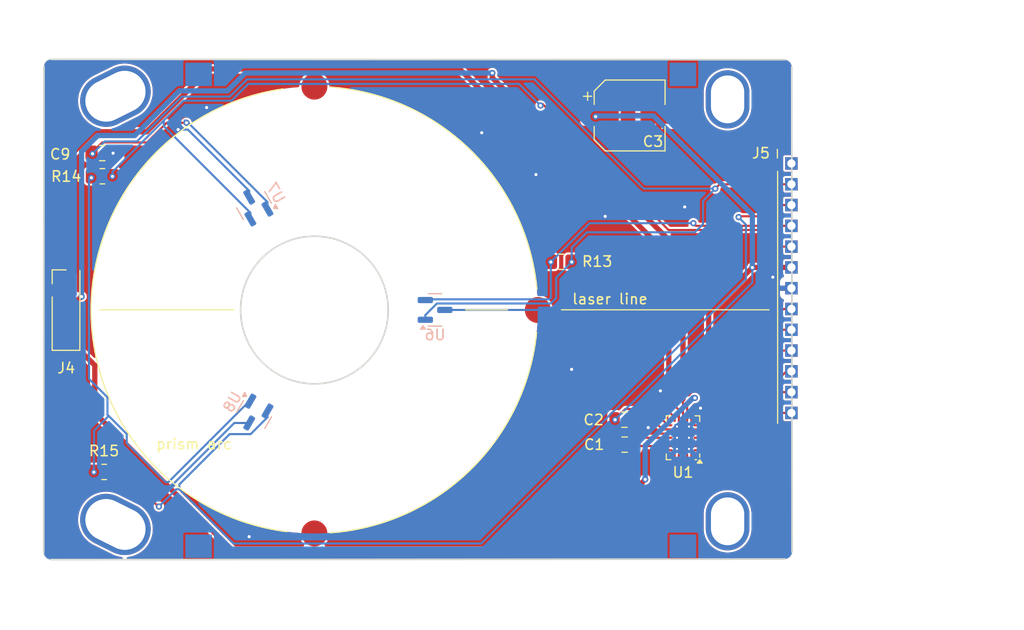
<source format=kicad_pcb>
(kicad_pcb (version 20240108) (generator "pcbnew") (generator_version "8.0")
  (layers (0 "F.Cu" signal) (31 "B.Cu" signal) (34 "B.Paste" user) (35 "F.Paste" user) (36 "B.SilkS" user "B.Silkscreen") (37 "F.SilkS" user "F.Silkscreen") (38 "B.Mask" user) (39 "F.Mask" user) (44 "Edge.Cuts" user))
  (net 0 "")
  (net 1 "GND")
  (net 2 "+12V")
  (net 3 "HALL1")
  (net 4 "HALL2")
  (net 5 "+3V3")
  (net 6 "HALL3")
  (net 7 "Net-(U1-V3P3)")
  (net 8 "Net-(U1-VCP)")
  (net 9 "w")
  (net 10 "v")
  (net 11 "u")
  (net 12 "uL")
  (net 13 "uH")
  (net 16 "wL")
  (net 17 "wH")
  (net 18 "vL")
  (net 19 "vH")
  (net 29 "unconnected-(J1-Pin_1-Pad1)")
  (footprint "sockets_scanhead:TestPoint_Pad_D2.5mm_nosilk" (layer "F.Cu") (at 126.272 114.146)
    (property "Reference" "J17" (hide yes))
    (property "Value" "Conn_01x01")
    (pad "1" smd circle (at 0 0) (size 2.5 2.5) (layers "F.Cu" "F.Mask"))
  )
  (footprint "sockets_scanhead:motor_13pin" (layer "F.Cu") (at 150.672 102.046)
    (property "Reference" "J5" (at -2.93 -2.99 0) (layer "F.SilkS"))
    (property "Value" "Conn_01x13")
    (fp_line (start -1.352 -2.532) (end -1.352 -3.36) (stroke (width 0.12)) (layer "F.SilkS"))
    (fp_line (start -1.33 -1.25) (end -1.33 23) (stroke (width 0.12)) (layer "F.SilkS"))
    (pad "1" thru_hole rect (at 0 -2) (size 1.2 1.2) (drill 0.8) (layers "*.Cu" "*.Mask"))
    (pad "2" thru_hole rect (at 0 0 0.8) (size 1.2 1.2) (drill 0.8) (layers "*.Cu" "*.Mask") (net 5 "+3V3"))
    (pad "3" thru_hole rect (at 0 2) (size 1.2 1.2) (drill 0.8) (layers "*.Cu" "*.Mask") (net 3 "HALL1"))
    (pad "4" thru_hole rect (at 0 4) (size 1.2 1.2) (drill 0.8) (layers "*.Cu" "*.Mask") (net 4 "HALL2"))
    (pad "5" thru_hole rect (at 0 6) (size 1.2 1.2) (drill 0.8) (layers "*.Cu" "*.Mask") (net 6 "HALL3"))
    (pad "6" thru_hole rect (at 0 8) (size 1.2 1.2) (drill 0.8) (layers "*.Cu" "*.Mask") (net 2 "+12V"))
    (pad "7" thru_hole rect (at 0 10 90) (size 1.2 1.2) (drill 0.8) (layers "*.Cu" "*.Mask") (net 1 "GND"))
    (pad "8" thru_hole rect (at 0 12 90) (size 1.2 1.2) (drill 0.8) (layers "*.Cu" "*.Mask") (net 13 "uH"))
    (pad "9" thru_hole rect (at 0 14 90) (size 1.2 1.2) (drill 0.8) (layers "*.Cu" "*.Mask") (net 12 "uL"))
    (pad "10" thru_hole rect (at 0 16 90) (size 1.2 1.2) (drill 0.8) (layers "*.Cu" "*.Mask") (net 19 "vH"))
    (pad "11" thru_hole rect (at 0 18 90) (size 1.2 1.2) (drill 0.8) (layers "*.Cu" "*.Mask") (net 18 "vL"))
    (pad "12" thru_hole rect (at 0 20 90) (size 1.2 1.2) (drill 0.8) (layers "*.Cu" "*.Mask") (net 17 "wH"))
    (pad "13" thru_hole rect (at 0 22 90) (size 1.2 1.2) (drill 0.8) (layers "*.Cu" "*.Mask") (net 16 "wL"))
  )
  (footprint "Resistor_SMD:R_0805_2012Metric_Pad1.20x1.40mm_HandSolder" (layer "F.Cu") (at 84.542 129.726)
    (property "Reference" "R15" (at -0.01 -2.02 0) (layer "F.SilkS"))
    (property "Value" "10K")
    (fp_line (start -0.227064 -0.735) (end 0.227064 -0.735) (stroke (width 0.12)) (layer "F.SilkS"))
    (fp_line (start -0.227064 0.735) (end 0.227064 0.735) (stroke (width 0.12)) (layer "F.SilkS"))
    (pad "1" smd roundrect (at -1 0) (size 1.2 1.4) (layers "F.Cu" "F.Paste" "F.Mask") (roundrect_rratio 0.208333) (net 5 "+3V3"))
    (pad "2" smd roundrect (at 1 0) (size 1.2 1.4) (layers "F.Cu" "F.Paste" "F.Mask") (roundrect_rratio 0.208333) (net 3 "HALL1"))
  )
  (footprint "Resistor_SMD:R_0805_2012Metric_Pad1.20x1.40mm_HandSolder" (layer "F.Cu") (at 84.372 101.276)
    (property "Reference" "R14" (at -3.48 0.02 0) (layer "F.SilkS"))
    (property "Value" "10K")
    (fp_line (start -0.227064 -0.735) (end 0.227064 -0.735) (stroke (width 0.12)) (layer "F.SilkS"))
    (fp_line (start -0.227064 0.735) (end 0.227064 0.735) (stroke (width 0.12)) (layer "F.SilkS"))
    (pad "1" smd roundrect (at -1 0) (size 1.2 1.4) (layers "F.Cu" "F.Paste" "F.Mask") (roundrect_rratio 0.208333) (net 5 "+3V3"))
    (pad "2" smd roundrect (at 1 0) (size 1.2 1.4) (layers "F.Cu" "F.Paste" "F.Mask") (roundrect_rratio 0.208333) (net 6 "HALL3"))
  )
  (footprint "Capacitor_SMD:C_0805_2012Metric_Pad1.18x1.45mm_HandSolder" (layer "F.Cu") (at 84.3645 99.046)
    (property "Reference" "C9" (at -4.0525 0.11 0) (layer "F.SilkS"))
    (property "Value" "0.1uF")
    (fp_line (start -0.261252 -0.735) (end 0.261252 -0.735) (stroke (width 0.12)) (layer "F.SilkS"))
    (fp_line (start -0.261252 0.735) (end 0.261252 0.735) (stroke (width 0.12)) (layer "F.SilkS"))
    (pad "1" smd roundrect (at -1.0375 0) (size 1.175 1.45) (layers "F.Cu" "F.Paste" "F.Mask") (roundrect_rratio 0.212766) (net 5 "+3V3"))
    (pad "2" smd roundrect (at 1.0375 0) (size 1.175 1.45) (layers "F.Cu" "F.Paste" "F.Mask") (roundrect_rratio 0.212766) (net 1 "GND"))
  )
  (footprint "sockets_scanhead:pcbmotor_smd" (layer "F.Cu") (at 80.896 114.146)
    (property "Reference" "J4" (at 0 5.588 0) (layer "F.SilkS"))
    (property "Value" "Conn_01x03")
    (fp_line (start -1.352 -3.862) (end -0.022 -3.862) (stroke (width 0.12)) (layer "F.SilkS"))
    (fp_line (start -1.352 -2.532) (end -1.352 -3.862) (stroke (width 0.12)) (layer "F.SilkS"))
    (fp_line (start -1.352 -1.262) (end -1.352 3.878) (stroke (width 0.12)) (layer "F.SilkS"))
    (fp_line (start -1.352 3.878) (end 1.308 3.878) (stroke (width 0.12)) (layer "F.SilkS"))
    (fp_line (start 1.317802 -3.802) (end 1.308 3.878) (stroke (width 0.12)) (layer "F.SilkS"))
    (pad "1" smd rect (at -0.022 -2.532) (size 1.7 1.7) (layers "F.Cu" "F.Paste" "F.Mask") (net 9 "w"))
    (pad "2" smd rect (at -0.022 0.008) (size 1.7 1.7) (layers "F.Cu" "F.Paste" "F.Mask") (net 10 "v"))
    (pad "3" smd rect (at -0.022 2.548) (size 1.7 1.7) (layers "F.Cu" "F.Paste" "F.Mask") (net 11 "u"))
  )
  (footprint "sockets_scanhead:TestPoint_Pad_D2.5mm_nosilk" (layer "F.Cu") (at 104.772 135.641023)
    (property "Reference" "J16" (hide yes))
    (property "Value" "Conn_01x01")
    (pad "1" smd circle (at 0 0) (size 2.5 2.5) (layers "F.Cu" "F.Mask"))
  )
  (footprint "Package_DFN_QFN:QFN-24-1EP_3x4mm_P0.4mm_EP1.65x2.65mm_ThermalVias" (layer "F.Cu") (at 140.2388 126.436 180)
    (property "Reference" "U1" (at 0 -3.33 180) (layer "F.SilkS"))
    (property "Value" "MP6543HGL-A-P")
    (fp_line (start 1.61 2.11) (end 1.61 1.56) (stroke (width 0.12)) (layer "F.SilkS"))
    (fp_line (start 1.61 -2.11) (end 1.61 -1.56) (stroke (width 0.12)) (layer "F.SilkS"))
    (fp_line (start 1.16 2.11) (end 1.61 2.11) (stroke (width 0.12)) (layer "F.SilkS"))
    (fp_line (start 1.16 -2.11) (end 1.61 -2.11) (stroke (width 0.12)) (layer "F.SilkS"))
    (fp_line (start -1.16 2.11) (end -1.61 2.11) (stroke (width 0.12)) (layer "F.SilkS"))
    (fp_line (start -1.16 -2.11) (end -1.31 -2.11) (stroke (width 0.12)) (layer "F.SilkS"))
    (fp_line (start -1.61 2.11) (end -1.61 1.56) (stroke (width 0.12)) (layer "F.SilkS"))
    (fp_line (start -1.61 -1.56) (end -1.61 -1.87) (stroke (width 0.12)) (layer "F.SilkS"))
    (fp_poly (pts (xy -1.61 -2.11) (xy -1.85 -2.44) (xy -1.37 -2.44) (xy -1.61 -2.11)) (stroke (width 0.12)) (fill solid) (layer "F.SilkS"))
    (pad "1" smd roundrect (at -1.45 -1.2 180) (size 0.85 0.2) (layers "F.Cu" "F.Paste" "F.Mask") (net 16 "wL"))
    (pad "2" smd roundrect (at -1.45 -0.8 180) (size 0.85 0.2) (layers "F.Cu" "F.Paste" "F.Mask") (net 17 "wH"))
    (pad "3" smd roundrect (at -1.45 -0.4 180) (size 0.85 0.2) (layers "F.Cu" "F.Paste" "F.Mask") (net 18 "vL"))
    (pad "4" smd roundrect (at -1.45 0 180) (size 0.85 0.2) (layers "F.Cu" "F.Paste" "F.Mask") (net 19 "vH"))
    (pad "5" smd roundrect (at -1.45 0.4 180) (size 0.85 0.2) (layers "F.Cu" "F.Paste" "F.Mask") (net 12 "uL"))
    (pad "6" smd roundrect (at -1.45 0.8 180) (size 0.85 0.2) (layers "F.Cu" "F.Paste" "F.Mask") (net 13 "uH"))
    (pad "7" smd roundrect (at -1.45 1.2 180) (size 0.85 0.2) (layers "F.Cu" "F.Paste" "F.Mask") (net 2 "+12V"))
    (pad "8" smd roundrect (at -0.8 1.95 180) (size 0.2 0.85) (layers "F.Cu" "F.Paste" "F.Mask") (net 1 "GND"))
    (pad "9" smd roundrect (at -0.4 1.95 180) (size 0.2 0.85) (layers "F.Cu" "F.Paste" "F.Mask") (net 11 "u"))
    (pad "10" smd roundrect (at 0 1.95 180) (size 0.2 0.85) (layers "F.Cu" "F.Paste" "F.Mask") (net 10 "v"))
    (pad "11" smd roundrect (at 0.4 1.95 180) (size 0.2 0.85) (layers "F.Cu" "F.Paste" "F.Mask") (net 9 "w"))
    (pad "12" smd roundrect (at 0.8 1.95 180) (size 0.2 0.85) (layers "F.Cu" "F.Paste" "F.Mask") (net 1 "GND"))
    (pad "13" smd roundrect (at 1.45 1.2 180) (size 0.85 0.2) (layers "F.Cu" "F.Paste" "F.Mask") (net 2 "+12V"))
    (pad "14" smd roundrect (at 1.45 0.8 180) (size 0.85 0.2) (layers "F.Cu" "F.Paste" "F.Mask") (net 8 "Net-(U1-VCP)"))
    (pad "15" smd roundrect (at 1.45 0.4 180) (size 0.85 0.2) (layers "F.Cu" "F.Paste" "F.Mask") (net 1 "GND"))
    (pad "16" smd roundrect (at 1.45 0 180) (size 0.85 0.2) (layers "F.Cu" "F.Paste" "F.Mask") (net 2 "+12V"))
    (pad "17" smd roundrect (at 1.45 -0.4 180) (size 0.85 0.2) (layers "F.Cu" "F.Paste" "F.Mask"))
    (pad "18" smd roundrect (at 1.45 -0.8 180) (size 0.85 0.2) (layers "F.Cu" "F.Paste" "F.Mask") (net 7 "Net-(U1-V3P3)"))
    (pad "19" smd roundrect (at 1.45 -1.2 180) (size 0.85 0.2) (layers "F.Cu" "F.Paste" "F.Mask"))
    (pad "20" smd roundrect (at 0.8 -1.95 180) (size 0.2 0.85) (layers "F.Cu" "F.Paste" "F.Mask"))
    (pad "21" smd roundrect (at 0.4 -1.95 180) (size 0.2 0.85) (layers "F.Cu" "F.Paste" "F.Mask"))
    (pad "22" smd roundrect (at 0 -1.95 180) (size 0.2 0.85) (layers "F.Cu" "F.Paste" "F.Mask"))
    (pad "23" smd roundrect (at -0.4 -1.95 180) (size 0.2 0.85) (layers "F.Cu" "F.Paste" "F.Mask"))
    (pad "24" smd roundrect (at -0.8 -1.95 180) (size 0.2 0.85) (layers "F.Cu" "F.Paste" "F.Mask"))
    (pad "25" thru_hole circle (at -0.575 -1.075 180) (size 0.5 0.5) (drill 0.2) (property pad_prop_heatsink) (layers "*.Cu") (net 1 "GND"))
    (pad "25" thru_hole circle (at -0.575 0 180) (size 0.5 0.5) (drill 0.2) (property pad_prop_heatsink) (layers "*.Cu") (net 1 "GND"))
    (pad "25" thru_hole circle (at -0.575 1.075 180) (size 0.5 0.5) (drill 0.2) (property pad_prop_heatsink) (layers "*.Cu") (net 1 "GND"))
    (pad "25" smd rect (at 0 0 180) (size 1.65 2.65) (property pad_prop_heatsink) (layers "F.Cu" "F.Mask") (net 1 "GND"))
    (pad "25" smd rect (at 0 0 180) (size 1.65 2.65) (property pad_prop_heatsink) (layers "B.Cu") (net 1 "GND"))
    (pad "25" thru_hole circle (at 0.575 -1.075 180) (size 0.5 0.5) (drill 0.2) (property pad_prop_heatsink) (layers "*.Cu") (net 1 "GND"))
    (pad "25" thru_hole circle (at 0.575 0 180) (size 0.5 0.5) (drill 0.2) (property pad_prop_heatsink) (layers "*.Cu") (net 1 "GND"))
    (pad "25" thru_hole circle (at 0.575 1.075 180) (size 0.5 0.5) (drill 0.2) (property pad_prop_heatsink) (layers "*.Cu") (net 1 "GND"))
  )
  (footprint "sockets_scanhead:TestPoint_Pad_D2.5mm_nosilk" (layer "F.Cu") (at 104.772 92.650977)
    (property "Reference" "J15" (hide yes))
    (property "Value" "Conn_01x01")
    (pad "1" smd circle (at 0 0) (size 2.5 2.5) (layers "F.Cu" "F.Mask"))
  )
  (footprint "sockets_scanhead:mirror_motor" (layer "F.Cu") (at 104.729 114.176)
    (property "Reference" "J1" (hide yes))
    (property "Value" "mirrormotor" (hide yes))
    (pad "1" thru_hole oval (at -19.1 -20.6 116.5) (size 5 7) (drill oval 4 6) (layers "*.Cu" "*.Mask"))
    (pad "1" thru_hole oval (at -19.1 20.6 63.5) (size 5 7) (drill oval 4 6) (layers "*.Cu" "*.Mask"))
    (pad "1" smd rect (at -11.1 -22.7) (size 2.55 2.25) (layers "B.Cu" "B.Mask"))
    (pad "1" smd rect (at -11.1 22.7) (size 2.55 2.25) (layers "B.Cu" "B.Mask") (net 29 "unconnected-(J1-Pin_1-Pad1)"))
    (pad "1" smd rect (at 35.5 -22.7) (size 2.55 2.25) (layers "B.Cu" "B.Mask"))
    (pad "1" smd rect (at 35.5 22.7) (size 2.55 2.25) (layers "B.Cu" "B.Mask"))
    (pad "1" thru_hole oval (at 39.8 -20.3) (size 4.2 5.6) (drill oval 3.2 4.6) (layers "*.Cu" "*.Mask"))
    (pad "1" thru_hole oval (at 39.8 20.3) (size 4.2 5.6) (drill oval 3.2 4.6) (layers "*.Cu" "*.Mask"))
  )
  (footprint "Capacitor_SMD:C_0805_2012Metric" (layer "F.Cu") (at 134.622 127.096)
    (property "Reference" "C1" (at -2.93 0 0) (layer "F.SilkS"))
    (property "Value" "4.7uF")
    (fp_line (start -0.261252 -0.735) (end 0.261252 -0.735) (stroke (width 0.12)) (layer "F.SilkS"))
    (fp_line (start -0.261252 0.735) (end 0.261252 0.735) (stroke (width 0.12)) (layer "F.SilkS"))
    (pad "1" smd roundrect (at -0.95 0) (size 1 1.45) (layers "F.Cu" "F.Paste" "F.Mask") (net 1 "GND"))
    (pad "2" smd roundrect (at 0.95 0) (size 1 1.45) (layers "F.Cu" "F.Paste" "F.Mask") (net 7 "Net-(U1-V3P3)"))
  )
  (footprint "Resistor_SMD:R_0805_2012Metric_Pad1.20x1.40mm_HandSolder" (layer "F.Cu") (at 128.522 109.506 180)
    (property "Reference" "R13" (at -3.461 0.026 0) (layer "F.SilkS"))
    (property "Value" "10K")
    (fp_line (start -0.227064 0.735) (end 0.227064 0.735) (stroke (width 0.12)) (layer "F.SilkS"))
    (fp_line (start -0.227064 -0.735) (end 0.227064 -0.735) (stroke (width 0.12)) (layer "F.SilkS"))
    (pad "1" smd roundrect (at -1 0 180) (size 1.2 1.4) (layers "F.Cu" "F.Paste" "F.Mask") (roundrect_rratio 0.208333) (net 5 "+3V3"))
    (pad "2" smd roundrect (at 1 0 180) (size 1.2 1.4) (layers "F.Cu" "F.Paste" "F.Mask") (roundrect_rratio 0.208333) (net 4 "HALL2"))
  )
  (footprint "Capacitor_SMD:CP_Elec_6.3x5.4" (layer "F.Cu") (at 135.102 95.426)
    (property "Reference" "C3" (at 2.25 2.51 0) (layer "F.SilkS"))
    (property "Value" "100uF")
    (fp_line (start -4.4375 -1.8475) (end -3.65 -1.8475) (stroke (width 0.12)) (layer "F.SilkS"))
    (fp_line (start -4.04375 -2.24125) (end -4.04375 -1.45375) (stroke (width 0.12)) (layer "F.SilkS"))
    (fp_line (start -3.41 -2.345563) (end -3.41 -1.06) (stroke (width 0.12)) (layer "F.SilkS"))
    (fp_line (start -3.41 -2.345563) (end -2.345563 -3.41) (stroke (width 0.12)) (layer "F.SilkS"))
    (fp_line (start -3.41 2.345563) (end -3.41 1.06) (stroke (width 0.12)) (layer "F.SilkS"))
    (fp_line (start -3.41 2.345563) (end -2.345563 3.41) (stroke (width 0.12)) (layer "F.SilkS"))
    (fp_line (start -2.345563 -3.41) (end 3.41 -3.41) (stroke (width 0.12)) (layer "F.SilkS"))
    (fp_line (start -2.345563 3.41) (end 3.41 3.41) (stroke (width 0.12)) (layer "F.SilkS"))
    (fp_line (start 3.41 -3.41) (end 3.41 -1.06) (stroke (width 0.12)) (layer "F.SilkS"))
    (fp_line (start 3.41 3.41) (end 3.41 1.06) (stroke (width 0.12)) (layer "F.SilkS"))
    (pad "1" smd roundrect (at -2.8 0) (size 3.5 1.6) (layers "F.Cu" "F.Paste" "F.Mask") (roundrect_rratio 0.15625) (net 2 "+12V"))
    (pad "2" smd roundrect (at 2.8 0) (size 3.5 1.6) (layers "F.Cu" "F.Paste" "F.Mask") (roundrect_rratio 0.15625) (net 1 "GND"))
  )
  (footprint "Capacitor_SMD:C_0805_2012Metric" (layer "F.Cu") (at 134.602 124.696)
    (property "Reference" "C2" (at -2.96 0.02 0) (layer "F.SilkS"))
    (property "Value" "1uF")
    (fp_line (start -0.261252 -0.735) (end 0.261252 -0.735) (stroke (width 0.12)) (layer "F.SilkS"))
    (fp_line (start -0.261252 0.735) (end 0.261252 0.735) (stroke (width 0.12)) (layer "F.SilkS"))
    (pad "1" smd roundrect (at -0.95 0) (size 1 1.45) (layers "F.Cu" "F.Paste" "F.Mask") (net 2 "+12V"))
    (pad "2" smd roundrect (at 0.95 0) (size 1 1.45) (layers "F.Cu" "F.Paste" "F.Mask") (net 8 "Net-(U1-VCP)"))
  )
  (footprint "Package_TO_SOT_SMD:SOT-23" (layer "B.Cu") (at 116.382 114.136)
    (property "Reference" "U6" (at 0 2.4 0) (layer "B.SilkS") (effects (justify mirror)))
    (property "Value" "DRV5033FAxDBZ")
    (fp_line (start -0.65 -1.56) (end 0 -1.56) (stroke (width 0.12)) (layer "B.SilkS"))
    (fp_line (start -0.65 1.56) (end 0 1.56) (stroke (width 0.12)) (layer "B.SilkS"))
    (fp_line (start 0.65 -1.56) (end 0 -1.56) (stroke (width 0.12)) (layer "B.SilkS"))
    (fp_line (start 0.65 1.56) (end 0 1.56) (stroke (width 0.12)) (layer "B.SilkS"))
    (fp_poly (pts (xy -1.1625 1.51) (xy -1.4025 1.84) (xy -0.9225 1.84) (xy -1.1625 1.51)) (stroke (width 0.12)) (fill solid) (layer "B.SilkS"))
    (pad "1" smd roundrect (at -0.9375 0.95) (size 1.475 0.6) (layers "B.Cu" "B.Paste" "B.Mask") (net 5 "+3V3"))
    (pad "2" smd roundrect (at -0.9375 -0.95) (size 1.475 0.6) (layers "B.Cu" "B.Paste" "B.Mask") (net 4 "HALL2"))
    (pad "3" smd roundrect (at 0.9375 0) (size 1.475 0.6) (layers "B.Cu" "B.Paste" "B.Mask") (net 1 "GND"))
  )
  (footprint "Package_TO_SOT_SMD:SOT-23" (layer "B.Cu") (at 98.962731 104.093906 120)
    (property "Reference" "U7" (at 0 2.4 120) (layer "B.SilkS") (effects (justify mirror)))
    (property "Value" "DRV5033FAxDBZ")
    (fp_line (start 0.65 -1.560001) (end 0 -1.56) (stroke (width 0.12)) (layer "B.SilkS"))
    (fp_line (start -0.650001 -1.56) (end 0 -1.56) (stroke (width 0.12)) (layer "B.SilkS"))
    (fp_line (start 0.650001 1.56) (end 0 1.56) (stroke (width 0.12)) (layer "B.SilkS"))
    (fp_line (start -0.65 1.560001) (end 0 1.56) (stroke (width 0.12)) (layer "B.SilkS"))
    (fp_poly (pts (xy -1.162501 1.51) (xy -1.4025 1.84) (xy -0.922499 1.84) (xy -1.162501 1.51)) (stroke (width 0.12)) (fill solid) (layer "B.SilkS"))
    (pad "1" smd roundrect (at -0.9375 0.95 120) (size 1.475 0.6) (layers "B.Cu" "B.Paste" "B.Mask") (net 5 "+3V3"))
    (pad "2" smd roundrect (at -0.9375 -0.95 120) (size 1.475 0.6) (layers "B.Cu" "B.Paste" "B.Mask") (net 6 "HALL3"))
    (pad "3" smd roundrect (at 0.9375 0 120) (size 1.475 0.6) (layers "B.Cu" "B.Paste" "B.Mask") (net 1 "GND"))
  )
  (footprint "Package_TO_SOT_SMD:SOT-23" (layer "B.Cu") (at 98.969925 124.202247 -120)
    (property "Reference" "U8" (at 0 2.4 60) (layer "B.SilkS") (effects (justify mirror)))
    (property "Value" "DRV5033FAxDBZ")
    (fp_line (start 0.650001 1.56) (end 0 1.56) (stroke (width 0.12)) (layer "B.SilkS"))
    (fp_line (start -0.65 1.560001) (end 0 1.56) (stroke (width 0.12)) (layer "B.SilkS"))
    (fp_line (start 0.65 -1.560001) (end 0 -1.56) (stroke (width 0.12)) (layer "B.SilkS"))
    (fp_line (start -0.650001 -1.56) (end 0 -1.56) (stroke (width 0.12)) (layer "B.SilkS"))
    (fp_poly (pts (xy -1.162501 1.51) (xy -1.4025 1.84) (xy -0.922499 1.84) (xy -1.162501 1.51)) (stroke (width 0.12)) (fill solid) (layer "B.SilkS"))
    (pad "1" smd roundrect (at -0.9375 0.95 240) (size 1.475 0.6) (layers "B.Cu" "B.Paste" "B.Mask") (net 5 "+3V3"))
    (pad "2" smd roundrect (at -0.9375 -0.95 240) (size 1.475 0.6) (layers "B.Cu" "B.Paste" "B.Mask") (net 3 "HALL1"))
    (pad "3" smd roundrect (at 0.9375 0 240) (size 1.475 0.6) (layers "B.Cu" "B.Paste" "B.Mask") (net 1 "GND"))
  )
  (gr_arc (start 126.152 116.306) (mid 119.739258 129.565183) (end 106.295234 135.580779) (stroke (width 0.12)) (layer "F.SilkS"))
  (gr_line (start 84.122 114.126) (end 97.032 114.126) (stroke (width 0.12)) (layer "F.SilkS"))
  (gr_arc (start 106.292664 92.696626) (mid 119.806074 98.771843) (end 126.182 112.146) (stroke (width 0.12)) (layer "F.SilkS"))
  (gr_arc (start 102.12673 135.467265) (mid 83.288142 114.340065) (end 101.742 92.876) (stroke (width 0.12)) (layer "F.SilkS"))
  (gr_line (start 119.332 114.126) (end 123.362 114.126) (stroke (width 0.12)) (layer "F.SilkS"))
  (gr_line (start 128.542 114.126) (end 148.522 114.126) (stroke (width 0.12)) (layer "F.SilkS"))
  (gr_line (start 78.752 90.716) (end 78.729904 137.468096) (stroke (width 0.16)) (layer "Edge.Cuts"))
  (gr_line (start 150.042 138.106) (end 79.419904 138.158096) (stroke (width 0.16)) (layer "Edge.Cuts"))
  (gr_line (start 79.442 90.026) (end 150.014096 90.063904) (stroke (width 0.16)) (layer "Edge.Cuts"))
  (gr_circle (center 104.772 114.146) (end 97.672 114.146) (stroke (width 0.16)) (fill none) (layer "Edge.Cuts"))
  (gr_arc (start 79.419904 138.158096) (mid 78.932 137.956) (end 78.729904 137.468096) (stroke (width 0.05)) (layer "Edge.Cuts"))
  (gr_arc (start 150.732 137.416) (mid 150.529904 137.903904) (end 150.042 138.106) (stroke (width 0.05)) (layer "Edge.Cuts"))
  (gr_line (start 150.704096 90.753904) (end 150.732 137.416) (stroke (width 0.16)) (layer "Edge.Cuts"))
  (gr_arc (start 150.014096 90.063904) (mid 150.502 90.266) (end 150.704096 90.753904) (stroke (width 0.05)) (layer "Edge.Cuts"))
  (gr_arc (start 78.752 90.716) (mid 78.954096 90.228096) (end 79.442 90.026) (stroke (width 0.05)) (layer "Edge.Cuts"))
  (gr_text "laser line" (at 129.492 113.676 0) (layer "F.SilkS") (effects (font (size 1 1)) (justify left bottom)))
  (gr_text "prism arc" (at 89.452 127.626 0) (layer "F.SilkS") (effects (font (size 1 1)) (justify left bottom)))
  (segment (start 136.892 125.456) (end 136.872 125.456) (width 0.2) (layer "F.Cu") (net 1))
  (segment (start 141.9388 123.586) (end 141.942 123.5828) (width 0.2) (layer "F.Cu") (net 1))
  (segment (start 136.892 125.476) (end 136.892 125.456) (width 0.2) (layer "F.Cu") (net 1))
  (segment (start 139.4388 124.486) (end 138.4788 123.526) (width 0.2) (layer "F.Cu") (net 1))
  (segment (start 138.7888 126.036) (end 139.8388 126.036) (width 0.2) (layer "F.Cu") (net 1))
  (segment (start 136.872 125.456) (end 136.872 125.456) (width 0.2) (layer "F.Cu") (net 1))
  (segment (start 138.7888 126.036) (end 137.452 126.036) (width 0.2) (layer "F.Cu") (net 1))
  (segment (start 138.4788 123.526) (end 138.342 123.526) (width 0.2) (layer "F.Cu") (net 1))
  (segment (start 137.452 126.036) (end 136.892 125.476) (width 0.2) (layer "F.Cu") (net 1))
  (segment (start 141.922 123.6028) (end 141.922 123.586) (width 0.2) (layer "F.Cu") (net 1))
  (segment (start 139.6638 127.511) (end 139.7388 127.511) (width 0.2) (layer "F.Cu") (net 1))
  (segment (start 139.8388 126.036) (end 140.2388 126.436) (width 0.2) (layer "F.Cu") (net 1))
  (segment (start 139.7388 127.511) (end 140.8138 126.436) (width 0.2) (layer "F.Cu") (net 1))
  (segment (start 141.0388 124.486) (end 141.922 123.6028) (width 0.2) (layer "F.Cu") (net 1))
  (segment (start 141.922 123.586) (end 141.9388 123.586) (width 0.2) (layer "F.Cu") (net 1))
  (segment (start 141.942 123.5828) (end 141.942 123.546) (width 0.2) (layer "F.Cu") (net 1))
  (via (at 138.064 121.926) (size 0.6) (drill 0.3) (layers "F.Cu" "B.Cu") (net 1))
  (via (at 98.492 135.952) (size 0.6) (drill 0.3) (layers "F.Cu" "B.Cu") (net 1))
  (via (at 120.872 97.086) (size 0.6) (drill 0.3) (layers "F.Cu" "B.Cu") (net 1))
  (via (at 85.402 99.056) (size 0.6) (drill 0.3) (layers "F.Cu" "B.Cu") (net 1))
  (via (at 141.922 123.586) (size 0.6) (drill 0.3) (layers "F.Cu" "B.Cu") (net 1))
  (via (at 91.662 96.784) (size 0.6) (drill 0.3) (layers "F.Cu" "B.Cu") (net 1))
  (via (at 126.092 101.116) (size 0.6) (drill 0.3) (layers "F.Cu" "B.Cu") (net 1))
  (via (at 140.402 104.226) (size 0.6) (drill 0.3) (layers "F.Cu" "B.Cu") (net 1))
  (via (at 94.402 94.663) (size 0.6) (drill 0.3) (layers "F.Cu" "B.Cu") (net 1))
  (via (at 132.752 105.136) (size 0.6) (drill 0.3) (layers "F.Cu" "B.Cu") (net 1))
  (via (at 148.882 110.986) (size 0.6) (drill 0.3) (layers "F.Cu" "B.Cu") (net 1))
  (via (at 136.892 125.456) (size 0.6) (drill 0.3) (layers "F.Cu" "B.Cu") (net 1))
  (via (at 129.522 119.856) (size 0.6) (drill 0.3) (layers "F.Cu" "B.Cu") (net 1))
  (segment (start 85.392 99.056) (end 84.472 99.976) (width 0.2) (layer "B.Cu") (net 1))
  (segment (start 125.972 101.236) (end 126.092 101.116) (width 0.2) (layer "B.Cu") (net 1))
  (segment (start 85.402 99.056) (end 85.392 99.056) (width 0.2) (layer "B.Cu") (net 1))
  (segment (start 126.092 101.116) (end 126.042 101.066) (width 0.15) (layer "B.Cu") (net 1))
  (segment (start 91.382 130.696) (end 90.702 131.376) (width 0.2) (layer "B.Cu") (net 1))
  (segment (start 97.063854 125.014146) (end 91.382 130.696) (width 0.2) (layer "B.Cu") (net 1))
  (segment (start 98.501175 125.014146) (end 97.063854 125.014146) (width 0.2) (layer "B.Cu") (net 1))
  (segment (start 85.402 99.046) (end 85.402 99.046) (width 0.2) (layer "B.Cu") (net 1))
  (segment (start 90.702 131.376) (end 90.542 131.376) (width 0.2) (layer "B.Cu") (net 1))
  (segment (start 126.042 101.066) (end 126.042 101.056) (width 0.15) (layer "B.Cu") (net 1))
  (segment (start 84.472 99.976) (end 84.472 102.086) (width 0.2) (layer "B.Cu") (net 1))
  (segment (start 129.522 115.970314) (end 129.522 119.856) (width 0.2) (layer "B.Cu") (net 1))
  (segment (start 91.682 96.516) (end 91.682 96.764) (width 0.2) (layer "B.Cu") (net 1))
  (segment (start 127.687686 114.136) (end 129.522 115.970314) (width 0.2) (layer "B.Cu") (net 1))
  (segment (start 117.3195 114.136) (end 127.687686 114.136) (width 0.2) (layer "B.Cu") (net 1))
  (segment (start 85.402 99.046) (end 85.402 99.056) (width 0.2) (layer "B.Cu") (net 1))
  (segment (start 92.595972 96.784) (end 91.662 96.784) (width 0.2) (layer "B.Cu") (net 1))
  (segment (start 91.682 96.764) (end 91.662 96.784) (width 0.2) (layer "B.Cu") (net 1))
  (segment (start 98.493981 103.282007) (end 98.493981 102.682009) (width 0.2) (layer "B.Cu") (net 1))
  (segment (start 98.493981 102.682009) (end 92.595972 96.784) (width 0.2) (layer "B.Cu") (net 1))
  (segment (start 138.7888 126.436) (end 136.421744 126.436) (width 0.2) (layer "F.Cu") (net 2))
  (segment (start 146.912 110.056) (end 146.902 110.046) (width 0.5) (layer "F.Cu") (net 2))
  (segment (start 137.2238 123.671) (end 138.7888 125.236) (width 0.2) (layer "F.Cu") (net 2))
  (segment (start 135.706744 125.721) (end 134.677 125.721) (width 0.2) (layer "F.Cu") (net 2))
  (segment (start 141.6888 125.236) (end 142.7088 124.216) (width 0.2) (layer "F.Cu") (net 2))
  (segment (start 133.652 124.696) (end 134.677 123.671) (width 0.2) (layer "F.Cu") (net 2))
  (segment (start 134.677 123.671) (end 137.2238 123.671) (width 0.2) (layer "F.Cu") (net 2))
  (segment (start 150.672 110.046) (end 146.922 110.046) (width 0.5) (layer "F.Cu") (net 2))
  (segment (start 142.7088 114.2592) (end 142.7088 124.216) (width 0.5) (layer "F.Cu") (net 2))
  (segment (start 146.922 110.046) (end 146.912 110.056) (width 0.5) (layer "F.Cu") (net 2))
  (segment (start 146.912 110.056) (end 142.7088 114.2592) (width 0.5) (layer "F.Cu") (net 2))
  (segment (start 134.677 125.721) (end 133.652 124.696) (width 0.2) (layer "F.Cu") (net 2))
  (segment (start 136.421744 126.436) (end 135.706744 125.721) (width 0.2) (layer "F.Cu") (net 2))
  (via (at 131.832 95.536) (size 0.6) (drill 0.3) (layers "F.Cu" "B.Cu") (net 2))
  (via (at 133.702 124.706) (size 0.6) (drill 0.3) (layers "F.Cu" "B.Cu") (net 2))
  (via (at 146.912 110.056) (size 0.6) (drill 0.3) (layers "F.Cu" "B.Cu") (net 2))
  (segment (start 146.912 110.056) (end 146.912 104.975339) (width 0.5) (layer "B.Cu") (net 2))
  (segment (start 133.702 124.706) (end 146.912 111.496) (width 0.2) (layer "B.Cu") (net 2))
  (segment (start 137.402661 95.466) (end 131.982 95.466) (width 0.5) (layer "B.Cu") (net 2))
  (segment (start 146.912 111.496) (end 146.912 110.056) (width 0.2) (layer "B.Cu") (net 2))
  (segment (start 131.982 95.466) (end 131.832 95.536) (width 0.5) (layer "B.Cu") (net 2))
  (segment (start 146.912 104.975339) (end 137.402661 95.466) (width 0.5) (layer "B.Cu") (net 2))
  (segment (start 131.832 95.536) (end 131.842 95.466) (width 0.5) (layer "B.Cu") (net 2))
  (segment (start 131.842 95.466) (end 131.912 95.466) (width 0.5) (layer "B.Cu") (net 2))
  (segment (start 89.762 133.056) (end 89.812 133.056) (width 0.2) (layer "F.Cu") (net 3))
  (segment (start 145.672 105.126) (end 148.392 105.126) (width 0.2) (layer "F.Cu") (net 3))
  (segment (start 85.542 129.726) (end 86.432 129.726) (width 0.2) (layer "F.Cu") (net 3))
  (segment (start 86.432 129.726) (end 89.762 133.056) (width 0.2) (layer "F.Cu") (net 3))
  (segment (start 149.472 104.046) (end 150.612045 104.046) (width 0.2) (layer "F.Cu") (net 3))
  (segment (start 148.392 105.126) (end 149.472 104.046) (width 0.2) (layer "F.Cu") (net 3))
  (segment (start 89.812 133.056) (end 89.812 133.106) (width 0.2) (layer "F.Cu") (net 3))
  (segment (start 89.812 133.106) (end 89.752 133.046) (width 0.2) (layer "F.Cu") (net 3))
  (segment (start 145.592 105.206) (end 145.672 105.126) (width 0.2) (layer "F.Cu") (net 3))
  (via (at 89.812 133.056) (size 0.6) (drill 0.3) (layers "F.Cu" "B.Cu") (net 3))
  (via (at 145.592 105.206) (size 0.6) (drill 0.3) (layers "F.Cu" "B.Cu") (net 3))
  (segment (start 96.622 126.086) (end 91.782 130.926) (width 0.2) (layer "B.Cu") (net 3))
  (segment (start 91.782 131.396) (end 91.472 131.396) (width 0.2) (layer "B.Cu") (net 3))
  (segment (start 146.292 105.936) (end 145.582 105.226) (width 0.2) (layer "B.Cu") (net 3))
  (segment (start 98.640746 126.086) (end 96.622 126.086) (width 0.2) (layer "B.Cu") (net 3))
  (segment (start 93.192 132.806) (end 96.992 136.606) (width 0.2) (layer "B.Cu") (net 3))
  (segment (start 146.292 111.146) (end 146.292 105.936) (width 0.2) (layer "B.Cu") (net 3))
  (segment (start 96.992 136.606) (end 98.822 136.606) (width 0.2) (layer "B.Cu") (net 3))
  (segment (start 91.782 130.926) (end 91.782 131.396) (width 0.2) (layer "B.Cu") (net 3))
  (segment (start 100.261399 124.465347) (end 98.640746 126.086) (width 0.2) (layer "B.Cu") (net 3))
  (segment (start 98.822 136.606) (end 120.832 136.606) (width 0.2) (layer "B.Cu") (net 3))
  (segment (start 91.472 131.396) (end 89.812 133.056) (width 0.2) (layer "B.Cu") (net 3))
  (segment (start 91.782 131.396) (end 93.192 132.806) (width 0.2) (layer "B.Cu") (net 3))
  (segment (start 100.261399 123.865348) (end 100.261399 124.465347) (width 0.2) (layer "B.Cu") (net 3))
  (segment (start 120.832 136.606) (end 146.292 111.146) (width 0.2) (layer "B.Cu") (net 3))
  (segment (start 150.613241 106.046) (end 141.491544 106.046) (width 0.2) (layer "F.Cu") (net 4))
  (segment (start 141.491544 106.046) (end 141.237544 105.792) (width 0.2) (layer "F.Cu") (net 4))
  (via (at 127.522 109.526) (size 0.6) (drill 0.3) (layers "F.Cu" "B.Cu") (net 4))
  (via (at 141.237544 105.792) (size 0.6) (drill 0.3) (layers "F.Cu" "B.Cu") (net 4))
  (segment (start 127.522 109.526) (end 127.522 109.446) (width 0.2) (layer "B.Cu") (net 4))
  (segment (start 127.522 109.446) (end 127.472 109.496) (width 0.2) (layer "B.Cu") (net 4))
  (segment (start 131.256 105.792) (end 141.237544 105.792) (width 0.2) (layer "B.Cu") (net 4))
  (segment (start 115.4445 113.186) (end 115.5145 113.116) (width 0.2) (layer "B.Cu") (net 4))
  (segment (start 127.352 113.116) (end 127.522 112.946) (width 0.2) (layer "B.Cu") (net 4))
  (segment (start 127.522 112.946) (end 127.522 109.526) (width 0.2) (layer "B.Cu") (net 4))
  (segment (start 115.5145 113.116) (end 127.352 113.116) (width 0.2) (layer "B.Cu") (net 4))
  (segment (start 127.522 109.526) (end 131.256 105.792) (width 0.2) (layer "B.Cu") (net 4))
  (segment (start 83.372 99.091) (end 83.327 99.046) (width 0.2) (layer "F.Cu") (net 5))
  (segment (start 83.372 101.276) (end 83.422 99.106) (width 0.2) (layer "F.Cu") (net 5))
  (segment (start 84.352 98.021) (end 88.667 98.021) (width 0.2) (layer "F.Cu") (net 5))
  (segment (start 90.558 96.13) (end 92.466827 96.13) (width 0.2) (layer "F.Cu") (net 5))
  (segment (start 150.672 102.046) (end 143.762 102.046) (width 0.2) (layer "F.Cu") (net 5))
  (segment (start 143.762 102.046) (end 143.342 102.466) (width 0.2) (layer "F.Cu") (net 5))
  (segment (start 88.667 98.021) (end 90.558 96.13) (width 0.2) (layer "F.Cu") (net 5))
  (segment (start 83.327 99.046) (end 84.352 98.021) (width 0.2) (layer "F.Cu") (net 5))
  (segment (start 83.422 99.106) (end 83.372 99.091) (width 0.2) (layer "F.Cu") (net 5))
  (via (at 129.532 109.526) (size 0.6) (drill 0.3) (layers "F.Cu" "B.Cu") (net 5))
  (via (at 83.552 129.746) (size 0.6) (drill 0.3) (layers "F.Cu" "B.Cu") (net 5))
  (via (at 92.466827 96.13) (size 0.6) (drill 0.3) (layers "F.Cu" "B.Cu") (net 5))
  (via (at 83.312 101.416) (size 0.6) (drill 0.3) (layers "F.Cu" "B.Cu") (net 5))
  (via (at 143.342 102.466) (size 0.6) (drill 0.3) (layers "F.Cu" "B.Cu") (net 5))
  (via (at 83.422 99.106) (size 0.6) (drill 0.3) (layers "F.Cu" "B.Cu") (net 5))
  (segment (start 84.862 122.546) (end 83.0825 120.7665) (width 0.2) (layer "B.Cu") (net 5))
  (segment (start 116.561448 113.516) (end 127.517686 113.516) (width 0.2) (layer "B.Cu") (net 5))
  (segment (start 100.254205 103.751888) (end 92.632317 96.13) (width 0.2) (layer "B.Cu") (net 5))
  (segment (start 84.862 124.216) (end 84.862 122.546) (width 0.2) (layer "B.Cu") (net 5))
  (segment (start 98.512652 122.915348) (end 90.732 130.696) (width 0.2) (layer "B.Cu") (net 5))
  (segment (start 127.517686 113.516) (end 128.032 113.001686) (width 0.2) (layer "B.Cu") (net 5))
  (segment (start 86.717 126.961) (end 86.717 126.071) (width 0.2) (layer "B.Cu") (net 5))
  (segment (start 129.532 109.526) (end 129.532 108.136) (width 0.2) (layer "B.Cu") (net 5))
  (segment (start 125.932 91.946) (end 136.452 102.466) (width 0.2) (layer "B.Cu") (net 5))
  (segment (start 115.4445 115.086) (end 115.4445 114.632948) (width 0.2) (layer "B.Cu") (net 5))
  (segment (start 98.615951 122.915348) (end 98.512652 122.915348) (width 0.2) (layer "B.Cu") (net 5))
  (segment (start 98.296314 91.946) (end 125.932 91.946) (width 0.2) (layer "B.Cu") (net 5))
  (segment (start 92.466827 96.080827) (end 92.466827 96.13) (width 0.2) (layer "B.Cu") (net 5))
  (segment (start 92.292 95.906) (end 92.466827 96.080827) (width 0.2) (layer "B.Cu") (net 5))
  (segment (start 87.696314 97.926) (end 92.013314 93.609) (width 0.2) (layer "B.Cu") (net 5))
  (segment (start 115.4445 114.632948) (end 116.561448 113.516) (width 0.2) (layer "B.Cu") (net 5))
  (segment (start 83.422 99.106) (end 84.602 97.926) (width 0.2) (layer "B.Cu") (net 5))
  (segment (start 96.633314 93.609) (end 98.296314 91.946) (width 0.2) (layer "B.Cu") (net 5))
  (segment (start 84.602 97.926) (end 87.696314 97.926) (width 0.2) (layer "B.Cu") (net 5))
  (segment (start 141.382 106.666) (end 142.162 105.886) (width 0.2) (layer "B.Cu") (net 5))
  (segment (start 142.162 105.886) (end 142.162 103.646) (width 0.2) (layer "B.Cu") (net 5))
  (segment (start 84.982 124.336) (end 83.572 125.746) (width 0.2) (layer "B.Cu") (net 5))
  (segment (start 84.982 124.336) (end 84.862 124.216) (width 0.2) (layer "B.Cu") (net 5))
  (segment (start 100.254205 104.430805) (end 100.254205 103.751888) (width 0.2) (layer "B.Cu") (net 5))
  (segment (start 83.572 125.746) (end 83.552 129.746) (width 0.2) (layer "B.Cu") (net 5))
  (segment (start 90.732 130.696) (end 90.452 130.696) (width 0.2) (layer "B.Cu") (net 5))
  (segment (start 83.552 129.746) (end 83.572 129.766) (width 0.2) (layer "B.Cu") (net 5))
  (segment (start 86.717 126.071) (end 84.982 124.336) (width 0.2) (layer "B.Cu") (net 5))
  (segment (start 83.0825 120.7665) (end 83.0825 101.5655) (width 0.2) (layer "B.Cu") (net 5))
  (segment (start 90.452 130.696) (end 86.717 126.961) (width 0.2) (layer "B.Cu") (net 5))
  (segment (start 129.532 108.136) (end 131.002 106.666) (width 0.2) (layer "B.Cu") (net 5))
  (segment (start 92.013314 93.609) (end 96.633314 93.609) (width 0.2) (layer "B.Cu") (net 5))
  (segment (start 128.032 113.001686) (end 128.032 111.026) (width 0.2) (layer "B.Cu") (net 5))
  (segment (start 136.452 102.466) (end 143.342 102.466) (width 0.2) (layer "B.Cu") (net 5))
  (segment (start 128.032 111.026) (end 129.532 109.526) (width 0.2) (layer "B.Cu") (net 5))
  (segment (start 92.632317 96.13) (end 92.466827 96.13) (width 0.2) (layer "B.Cu") (net 5))
  (segment (start 83.0825 101.5655) (end 83.372 101.276) (width 0.2) (layer "B.Cu") (net 5))
  (segment (start 131.002 106.666) (end 141.382 106.666) (width 0.2) (layer "B.Cu") (net 5))
  (segment (start 142.162 103.646) (end 143.342 102.466) (width 0.2) (layer "B.Cu") (net 5))
  (segment (start 126.726314 94.326) (end 138.846314 106.446) (width 0.2) (layer "F.Cu") (net 6))
  (segment (start 126.702 94.326) (end 126.726314 94.326) (width 0.2) (layer "F.Cu") (net 6))
  (segment (start 148.042 106.446) (end 149.642 108.046) (width 0.2) (layer "F.Cu") (net 6))
  (segment (start 138.846314 106.446) (end 148.042 106.446) (width 0.2) (layer "F.Cu") (net 6))
  (segment (start 149.642 108.046) (end 150.672 108.046) (width 0.2) (layer "F.Cu") (net 6))
  (via (at 85.342 101.286) (size 0.6) (drill 0.3) (layers "F.Cu" "B.Cu") (net 6))
  (via (at 126.529552 94.468448) (size 0.6) (drill 0.3) (layers "F.Cu" "B.Cu") (net 6))
  (segment (start 90.282 96.45405) (end 90.282 95.906) (width 0.2) (layer "B.Cu") (net 6))
  (segment (start 92.179 94.009) (end 96.799 94.009) (width 0.2) (layer "B.Cu") (net 6))
  (segment (start 98.412 92.396) (end 124.457104 92.396) (width 0.2) (layer "B.Cu") (net 6))
  (segment (start 90.282 95.906) (end 85.342 100.846) (width 0.2) (layer "B.Cu") (net 6))
  (segment (start 85.342 101.286) (end 85.342 101.246) (width 0.2) (layer "B.Cu") (net 6))
  (segment (start 98.608757 105.380805) (end 98.608757 104.780807) (width 0.2) (layer "B.Cu") (net 6))
  (segment (start 85.342 101.246) (end 85.372 101.276) (width 0.2) (layer "B.Cu") (net 6))
  (segment (start 124.457104 92.396) (end 126.529552 94.468448) (width 0.2) (layer "B.Cu") (net 6))
  (segment (start 98.608757 104.780807) (end 90.282 96.45405) (width 0.2) (layer "B.Cu") (net 6))
  (segment (start 85.382 101.286) (end 85.342 101.286) (width 0.2) (layer "B.Cu") (net 6))
  (segment (start 96.799 94.009) (end 98.412 92.396) (width 0.2) (layer "B.Cu") (net 6))
  (segment (start 90.282 95.906) (end 92.179 94.009) (width 0.2) (layer "B.Cu") (net 6))
  (segment (start 85.342 100.846) (end 85.342 101.286) (width 0.2) (layer "B.Cu") (net 6))
  (segment (start 135.712 127.236) (end 135.572 127.096) (width 0.2) (layer "F.Cu") (net 7))
  (segment (start 138.7888 127.236) (end 135.712 127.236) (width 0.2) (layer "F.Cu") (net 7))
  (segment (start 135.552 124.696) (end 137.32744 124.696) (width 0.2) (layer "F.Cu") (net 8))
  (segment (start 138.26744 125.636) (end 138.7888 125.636) (width 0.2) (layer "F.Cu") (net 8))
  (segment (start 137.32744 124.696) (end 138.26744 125.636) (width 0.2) (layer "F.Cu") (net 8))
  (segment (start 88.632 96.996) (end 94.661023 90.966977) (width 0.508) (layer "F.Cu") (net 9))
  (segment (start 123.822 96.034) (end 126.01 96.034) (width 0.508) (layer "F.Cu") (net 9))
  (segment (start 80.874 111.614) (end 80.874 99.683966) (width 0.508) (layer "F.Cu") (net 9))
  (segment (start 118.734977 90.946977) (end 123.822 96.034) (width 0.508) (layer "F.Cu") (net 9))
  (segment (start 139.8388 124.486) (end 139.8388 123.7528) (width 0.2) (layer "F.Cu") (net 9))
  (segment (start 138.872 122.786) (end 139.152 123.066) (width 0.508) (layer "F.Cu") (net 9))
  (segment (start 138.872 108.896) (end 138.872 122.786) (width 0.508) (layer "F.Cu") (net 9))
  (segment (start 80.874 99.683966) (end 83.561966 96.996) (width 0.508) (layer "F.Cu") (net 9))
  (segment (start 83.561966 96.996) (end 88.632 96.996) (width 0.508) (layer "F.Cu") (net 9))
  (segment (start 139.8388 123.7528) (end 139.152 123.066) (width 0.2) (layer "F.Cu") (net 9))
  (segment (start 94.661023 90.946977) (end 118.734977 90.946977) (width 0.508) (layer "F.Cu") (net 9))
  (segment (start 126.01 96.034) (end 138.872 108.896) (width 0.508) (layer "F.Cu") (net 9))
  (segment (start 80.874 114.154) (end 81.044 114.154) (width 0.508) (layer "F.Cu") (net 10))
  (segment (start 126.802 95.326) (end 125.414756 95.326) (width 0.508) (layer "F.Cu") (net 10))
  (segment (start 82.342 112.856) (end 82.372 112.856) (width 0.508) (layer "F.Cu") (net 10))
  (segment (start 140.2388 108.7628) (end 126.802 95.326) (width 0.508) (layer "F.Cu") (net 10))
  (segment (start 121.892 91.803244) (end 121.892 91.342) (width 0.508) (layer "F.Cu") (net 10))
  (segment (start 81.044 114.154) (end 82.342 112.856) (width 0.508) (layer "F.Cu") (net 10))
  (segment (start 140.2388 124.486) (end 140.2388 122.716) (width 0.2) (layer "F.Cu") (net 10))
  (segment (start 82.372 112.826) (end 82.352 112.846) (width 0.508) (layer "F.Cu") (net 10))
  (segment (start 125.414756 95.326) (end 121.892 91.803244) (width 0.508) (layer "F.Cu") (net 10))
  (segment (start 82.372 112.856) (end 82.372 112.826) (width 0.508) (layer "F.Cu") (net 10))
  (segment (start 140.2388 122.716) (end 140.2388 108.7628) (width 0.508) (layer "F.Cu") (net 10))
  (via (at 82.372 112.856) (size 0.6) (drill 0.3) (layers "F.Cu" "B.Cu") (net 10))
  (via (at 121.892 91.342) (size 0.6) (drill 0.3) (layers "F.Cu" "B.Cu") (net 10))
  (segment (start 82.372 98.906) (end 83.922 97.356) (width 0.508) (layer "B.Cu") (net 10))
  (segment (start 96.40384 93.055) (end 98.11684 91.342) (width 0.508) (layer "B.Cu") (net 10))
  (segment (start 98.11684 91.342) (end 121.892 91.342) (width 0.508) (layer "B.Cu") (net 10))
  (segment (start 82.372 112.856) (end 82.372 98.906) (width 0.508) (layer "B.Cu") (net 10))
  (segment (start 91.78384 93.055) (end 96.40384 93.055) (width 0.508) (layer "B.Cu") (net 10))
  (segment (start 83.922 97.356) (end 87.48284 97.356) (width 0.508) (layer "B.Cu") (net 10))
  (segment (start 87.48284 97.356) (end 91.78384 93.055) (width 0.508) (layer "B.Cu") (net 10))
  (segment (start 140.6388 124.486) (end 140.6388 123.3492) (width 0.2) (layer "F.Cu") (net 11))
  (segment (start 140.6388 123.3492) (end 141.382 122.606) (width 0.2) (layer "F.Cu") (net 11))
  (segment (start 129.702977 137.345023) (end 96.931023 137.345023) (width 0.508) (layer "F.Cu") (net 11))
  (segment (start 96.931023 137.345023) (end 83.642 124.056) (width 0.508) (layer "F.Cu") (net 11))
  (segment (start 83.642 119.462) (end 80.874 116.694) (width 0.508) (layer "F.Cu") (net 11))
  (segment (start 83.642 124.056) (end 83.642 119.462) (width 0.508) (layer "F.Cu") (net 11))
  (segment (start 136.602 130.446) (end 129.702977 137.345023) (width 0.508) (layer "F.Cu") (net 11))
  (via (at 136.602 130.446) (size 0.6) (drill 0.3) (layers "F.Cu" "B.Cu") (net 11))
  (via (at 141.382 122.606) (size 0.6) (drill 0.3) (layers "F.Cu" "B.Cu") (net 11))
  (segment (start 141.382 122.606) (end 141.205132 122.590449) (width 0.508) (layer "B.Cu") (net 11))
  (segment (start 136.602 127.193581) (end 136.602 130.446) (width 0.508) (layer "B.Cu") (net 11))
  (segment (start 141.382 122.606) (end 141.362 122.576) (width 0.508) (layer "B.Cu") (net 11))
  (segment (start 141.205132 122.590449) (end 136.602 127.193581) (width 0.508) (layer "B.Cu") (net 11))
  (segment (start 142.906314 126.036) (end 148.858752 120.083562) (width 0.2) (layer "F.Cu") (net 12))
  (segment (start 149.512 116.046) (end 150.619221 116.046) (width 0.2) (layer "F.Cu") (net 12))
  (segment (start 148.858752 116.699248) (end 149.512 116.046) (width 0.2) (layer "F.Cu") (net 12))
  (segment (start 148.858752 120.083562) (end 148.858752 116.699248) (width 0.2) (layer "F.Cu") (net 12))
  (segment (start 141.6888 126.036) (end 142.906314 126.036) (width 0.2) (layer "F.Cu") (net 12))
  (segment (start 148.445909 119.93072) (end 148.445909 115.352091) (width 0.2) (layer "F.Cu") (net 13))
  (segment (start 149.712 114.086) (end 149.892 114.086) (width 0.2) (layer "F.Cu") (net 13))
  (segment (start 149.932 114.046) (end 150.618025 114.046) (width 0.2) (layer "F.Cu") (net 13))
  (segment (start 149.892 114.086) (end 149.932 114.046) (width 0.2) (layer "F.Cu") (net 13))
  (segment (start 142.740629 125.636) (end 148.445909 119.93072) (width 0.2) (layer "F.Cu") (net 13))
  (segment (start 141.6888 125.636) (end 142.740629 125.636) (width 0.2) (layer "F.Cu") (net 13))
  (segment (start 148.445909 115.352091) (end 149.712 114.086) (width 0.2) (layer "F.Cu") (net 13))
  (segment (start 147.562 124.046) (end 150.672 124.046) (width 0.2) (layer "F.Cu") (net 16))
  (segment (start 143.932 127.636) (end 147.542 124.026) (width 0.2) (layer "F.Cu") (net 16))
  (segment (start 147.542 124.026) (end 147.562 124.046) (width 0.2) (layer "F.Cu") (net 16))
  (segment (start 141.6888 127.636) (end 143.932 127.636) (width 0.2) (layer "F.Cu") (net 16))
  (segment (start 143.622 127.236) (end 148.812 122.046) (width 0.2) (layer "F.Cu") (net 17))
  (segment (start 141.6888 127.236) (end 143.622 127.236) (width 0.2) (layer "F.Cu") (net 17))
  (segment (start 150.672 121.80784) (end 150.672 122.046) (width 0.2) (layer "F.Cu") (net 17))
  (segment (start 148.812 122.046) (end 150.622809 122.046) (width 0.2) (layer "F.Cu") (net 17))
  (segment (start 143.392 126.836) (end 150.182 120.046) (width 0.2) (layer "F.Cu") (net 18))
  (segment (start 150.672 119.846) (end 150.672 120.046) (width 0.2) (layer "F.Cu") (net 18))
  (segment (start 150.672 120.247371) (end 150.672 120.046) (width 0.2) (layer "F.Cu") (net 18))
  (segment (start 150.182 120.046) (end 150.621613 120.046) (width 0.2) (layer "F.Cu") (net 18))
  (segment (start 141.6888 126.836) (end 143.392 126.836) (width 0.2) (layer "F.Cu") (net 18))
  (segment (start 149.262 118.436) (end 149.652 118.046) (width 0.2) (layer "F.Cu") (net 19))
  (segment (start 141.6888 126.436) (end 143.226314 126.436) (width 0.2) (layer "F.Cu") (net 19))
  (segment (start 149.652 118.046) (end 150.620417 118.046) (width 0.2) (layer "F.Cu") (net 19))
  (segment (start 143.226314 126.436) (end 149.262 120.400314) (width 0.2) (layer "F.Cu") (net 19))
  (segment (start 150.672 117.846) (end 150.672 118.046) (width 0.2) (layer "F.Cu") (net 19))
  (segment (start 149.262 120.400314) (end 149.262 118.436) (width 0.2) (layer "F.Cu") (net 19))
  (segment (start 93.572 136.626) (end 93.572 136.636) (width 0.2) (layer "B.Cu") (net 29))
  (segment (start 93.552 136.606) (end 93.572 136.626) (width 0.2) (layer "B.Cu") (net 29))
  (zone (net 0) (net_name "") (layers "F&B.Cu") (connect_pads (clearance 0)) (min_thickness 0.25)
    (keepout (tracks allowed) (vias allowed) (pads allowed) (copperpour not_allowed) (footprints allowed))
    (fill (thermal_gap 0.5) (thermal_bridge_width 0.5))
    (polygon (pts (xy 126.272 114.146) (xy 126.252093 113.221022) (xy 126.192411 112.297757) (xy 126.093062 111.377914) (xy 125.954232 110.463197) (xy 125.776178 109.5553) (xy 125.559228 108.655904) (xy 125.303785 107.766674) (xy 125.010322 106.889258) (xy 124.679383 106.025279) (xy 124.311579 105.176338) (xy 123.907593 104.344006) (xy 123.468172 103.529826) (xy 122.99413 102.735304) (xy 122.486345 101.961912) (xy 121.945757 101.211083) (xy 121.373367 100.484206) (xy 120.770235 99.782627) (xy 120.137478 99.107646) (xy 119.476268 98.460513) (xy 118.787828 97.842425) (xy 118.073435 97.254528) (xy 117.334411 96.69791) (xy 116.572124 96.173602) (xy 115.787985 95.682575) (xy 114.983448 95.225738) (xy 114.160001 94.803936) (xy 113.319171 94.417952) (xy 112.462512 94.0685) (xy 111.591613 93.756226) (xy 110.708085 93.48171) (xy 109.813565 93.245459) (xy 108.909709 93.047911) (xy 107.998191 92.889432) (xy 107.080699 92.770315) (xy 106.158932 92.690781) (xy 105.234596 92.650977) (xy 104.309404 92.650977) (xy 103.385068 92.690781) (xy 102.463301 92.770315) (xy 101.545809 92.889432) (xy 100.634291 93.047911) (xy 99.730435 93.245459) (xy 98.835915 93.48171) (xy 97.952387 93.756226) (xy 97.081488 94.0685) (xy 96.224829 94.417952) (xy 95.383999 94.803936) (xy 94.560552 95.225738) (xy 93.756015 95.682575) (xy 92.971876 96.173602) (xy 92.209589 96.69791) (xy 91.470565 97.254528) (xy 90.756172 97.842425) (xy 90.067732 98.460513) (xy 89.406522 99.107646) (xy 88.773765 99.782627) (xy 88.170633 100.484206) (xy 87.598243 101.211083) (xy 87.057655 101.961912) (xy 86.54987 102.735304) (xy 86.075828 103.529826) (xy 85.636407 104.344006) (xy 85.232421 105.176338) (xy 84.864617 106.025279) (xy 84.533678 106.889258) (xy 84.240215 107.766674) (xy 83.984772 108.655904) (xy 83.767822 109.5553) (xy 83.589768 110.463197) (xy 83.450938 111.377914) (xy 83.351589 112.297757) (xy 83.291907 113.221022) (xy 83.272 114.146) (xy 83.291907 115.070978) (xy 83.351589 115.994243) (xy 83.450938 116.914086) (xy 83.589768 117.828803) (xy 83.767822 118.7367) (xy 83.984772 119.636096) (xy 84.240215 120.525326) (xy 84.533678 121.402742) (xy 84.864617 122.266721) (xy 85.232421 123.115662) (xy 85.636407 123.947994) (xy 86.075828 124.762174) (xy 86.54987 125.556696) (xy 87.057655 126.330088) (xy 87.598243 127.080917) (xy 88.170633 127.807794) (xy 88.773765 128.509373) (xy 89.406522 129.184354) (xy 90.067732 129.831487) (xy 90.756172 130.449575) (xy 91.470565 131.037472) (xy 92.209589 131.59409) (xy 92.971876 132.118398) (xy 93.756015 132.609425) (xy 94.560552 133.066262) (xy 95.383999 133.488064) (xy 96.224829 133.874048) (xy 97.081488 134.2235) (xy 97.952387 134.535774) (xy 98.835915 134.81029) (xy 99.730435 135.046541) (xy 100.634291 135.244089) (xy 101.545809 135.402568) (xy 102.463301 135.521685) (xy 103.385068 135.601219) (xy 104.309404 135.641023) (xy 105.234596 135.641023) (xy 106.158932 135.601219) (xy 107.080699 135.521685) (xy 107.998191 135.402568) (xy 108.909709 135.244089) (xy 109.813565 135.046541) (xy 110.708085 134.81029) (xy 111.591613 134.535774) (xy 112.462512 134.2235) (xy 113.319171 133.874048) (xy 114.160001 133.488064) (xy 114.983448 133.066262) (xy 115.787985 132.609425) (xy 116.572124 132.118398) (xy 117.334411 131.59409) (xy 118.073435 131.037472) (xy 118.787828 130.449575) (xy 119.476268 129.831487) (xy 120.137478 129.184354) (xy 120.770235 128.509373) (xy 121.373367 127.807794) (xy 121.945757 127.080917) (xy 122.486345 126.330088) (xy 122.99413 125.556696) (xy 123.468172 124.762174) (xy 123.907593 123.947994) (xy 124.311579 123.115662) (xy 124.679383 122.266721) (xy 125.010322 121.402742) (xy 125.303785 120.525326) (xy 125.559228 119.636096) (xy 125.776178 118.7367) (xy 125.954232 117.828803) (xy 126.093062 116.914086) (xy 126.192411 115.994243) (xy 126.252093 115.070978)))
  )
  (zone (net 1) (net_name "GND") (layers "F&B.Cu") (connect_pads (clearance 0)) (min_thickness 0.25) (fill yes (thermal_gap 0.5) (thermal_bridge_width 0.5))
    (polygon (pts (xy 157.382 142.526) (xy 157.522 87.736) (xy 77.702 87.256) (xy 77.602 141.706)))
  )
)
</source>
